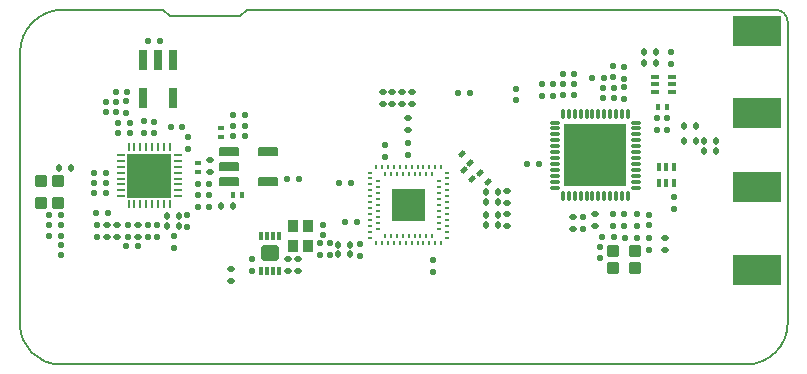
<source format=gbp>
G04*
G04 #@! TF.GenerationSoftware,Altium Limited,CircuitStudio,1.5.2 (30)*
G04*
G04 Layer_Color=16770453*
%FSLAX25Y25*%
%MOIN*%
G70*
G01*
G75*
G04:AMPARAMS|DCode=13|XSize=23.62mil|YSize=17.72mil|CornerRadius=4.43mil|HoleSize=0mil|Usage=FLASHONLY|Rotation=270.000|XOffset=0mil|YOffset=0mil|HoleType=Round|Shape=RoundedRectangle|*
%AMROUNDEDRECTD13*
21,1,0.02362,0.00886,0,0,270.0*
21,1,0.01476,0.01772,0,0,270.0*
1,1,0.00886,-0.00443,-0.00738*
1,1,0.00886,-0.00443,0.00738*
1,1,0.00886,0.00443,0.00738*
1,1,0.00886,0.00443,-0.00738*
%
%ADD13ROUNDEDRECTD13*%
G04:AMPARAMS|DCode=19|XSize=23.62mil|YSize=17.72mil|CornerRadius=4.43mil|HoleSize=0mil|Usage=FLASHONLY|Rotation=180.000|XOffset=0mil|YOffset=0mil|HoleType=Round|Shape=RoundedRectangle|*
%AMROUNDEDRECTD19*
21,1,0.02362,0.00886,0,0,180.0*
21,1,0.01476,0.01772,0,0,180.0*
1,1,0.00886,-0.00738,0.00443*
1,1,0.00886,0.00738,0.00443*
1,1,0.00886,0.00738,-0.00443*
1,1,0.00886,-0.00738,-0.00443*
%
%ADD19ROUNDEDRECTD19*%
G04:AMPARAMS|DCode=20|XSize=21.65mil|YSize=17.72mil|CornerRadius=4.43mil|HoleSize=0mil|Usage=FLASHONLY|Rotation=270.000|XOffset=0mil|YOffset=0mil|HoleType=Round|Shape=RoundedRectangle|*
%AMROUNDEDRECTD20*
21,1,0.02165,0.00886,0,0,270.0*
21,1,0.01280,0.01772,0,0,270.0*
1,1,0.00886,-0.00443,-0.00640*
1,1,0.00886,-0.00443,0.00640*
1,1,0.00886,0.00443,0.00640*
1,1,0.00886,0.00443,-0.00640*
%
%ADD20ROUNDEDRECTD20*%
G04:AMPARAMS|DCode=32|XSize=21.65mil|YSize=17.72mil|CornerRadius=4.43mil|HoleSize=0mil|Usage=FLASHONLY|Rotation=0.000|XOffset=0mil|YOffset=0mil|HoleType=Round|Shape=RoundedRectangle|*
%AMROUNDEDRECTD32*
21,1,0.02165,0.00886,0,0,0.0*
21,1,0.01280,0.01772,0,0,0.0*
1,1,0.00886,0.00640,-0.00443*
1,1,0.00886,-0.00640,-0.00443*
1,1,0.00886,-0.00640,0.00443*
1,1,0.00886,0.00640,0.00443*
%
%ADD32ROUNDEDRECTD32*%
%ADD35R,0.16496X0.10492*%
G04:AMPARAMS|DCode=38|XSize=14.17mil|YSize=23mil|CornerRadius=0.71mil|HoleSize=0mil|Usage=FLASHONLY|Rotation=180.000|XOffset=0mil|YOffset=0mil|HoleType=Round|Shape=RoundedRectangle|*
%AMROUNDEDRECTD38*
21,1,0.01417,0.02158,0,0,180.0*
21,1,0.01276,0.02300,0,0,180.0*
1,1,0.00142,-0.00638,0.01079*
1,1,0.00142,0.00638,0.01079*
1,1,0.00142,0.00638,-0.01079*
1,1,0.00142,-0.00638,-0.01079*
%
%ADD38ROUNDEDRECTD38*%
G04:AMPARAMS|DCode=39|XSize=14.17mil|YSize=23mil|CornerRadius=0.71mil|HoleSize=0mil|Usage=FLASHONLY|Rotation=90.000|XOffset=0mil|YOffset=0mil|HoleType=Round|Shape=RoundedRectangle|*
%AMROUNDEDRECTD39*
21,1,0.01417,0.02158,0,0,90.0*
21,1,0.01276,0.02300,0,0,90.0*
1,1,0.00142,0.01079,0.00638*
1,1,0.00142,0.01079,-0.00638*
1,1,0.00142,-0.01079,-0.00638*
1,1,0.00142,-0.01079,0.00638*
%
%ADD39ROUNDEDRECTD39*%
%ADD49C,0.00500*%
G04:AMPARAMS|DCode=78|XSize=39.37mil|YSize=37.4mil|CornerRadius=1.87mil|HoleSize=0mil|Usage=FLASHONLY|Rotation=90.000|XOffset=0mil|YOffset=0mil|HoleType=Round|Shape=RoundedRectangle|*
%AMROUNDEDRECTD78*
21,1,0.03937,0.03366,0,0,90.0*
21,1,0.03563,0.03740,0,0,90.0*
1,1,0.00374,0.01683,0.01782*
1,1,0.00374,0.01683,-0.01782*
1,1,0.00374,-0.01683,-0.01782*
1,1,0.00374,-0.01683,0.01782*
%
%ADD78ROUNDEDRECTD78*%
G04:AMPARAMS|DCode=79|XSize=39.37mil|YSize=37.4mil|CornerRadius=1.87mil|HoleSize=0mil|Usage=FLASHONLY|Rotation=180.000|XOffset=0mil|YOffset=0mil|HoleType=Round|Shape=RoundedRectangle|*
%AMROUNDEDRECTD79*
21,1,0.03937,0.03366,0,0,180.0*
21,1,0.03563,0.03740,0,0,180.0*
1,1,0.00374,-0.01782,0.01683*
1,1,0.00374,0.01782,0.01683*
1,1,0.00374,0.01782,-0.01683*
1,1,0.00374,-0.01782,-0.01683*
%
%ADD79ROUNDEDRECTD79*%
%ADD80O,0.00984X0.03150*%
%ADD81O,0.03150X0.00984*%
%ADD82R,0.14567X0.14567*%
G04:AMPARAMS|DCode=84|XSize=33.47mil|YSize=11.81mil|CornerRadius=4.72mil|HoleSize=0mil|Usage=FLASHONLY|Rotation=90.000|XOffset=0mil|YOffset=0mil|HoleType=Round|Shape=RoundedRectangle|*
%AMROUNDEDRECTD84*
21,1,0.03347,0.00236,0,0,90.0*
21,1,0.02402,0.01181,0,0,90.0*
1,1,0.00945,0.00118,0.01201*
1,1,0.00945,0.00118,-0.01201*
1,1,0.00945,-0.00118,-0.01201*
1,1,0.00945,-0.00118,0.01201*
%
%ADD84ROUNDEDRECTD84*%
G04:AMPARAMS|DCode=85|XSize=33.47mil|YSize=11.81mil|CornerRadius=4.72mil|HoleSize=0mil|Usage=FLASHONLY|Rotation=180.000|XOffset=0mil|YOffset=0mil|HoleType=Round|Shape=RoundedRectangle|*
%AMROUNDEDRECTD85*
21,1,0.03347,0.00236,0,0,180.0*
21,1,0.02402,0.01181,0,0,180.0*
1,1,0.00945,-0.01201,0.00118*
1,1,0.00945,0.01201,0.00118*
1,1,0.00945,0.01201,-0.00118*
1,1,0.00945,-0.01201,-0.00118*
%
%ADD85ROUNDEDRECTD85*%
G04:AMPARAMS|DCode=87|XSize=15.75mil|YSize=8.66mil|CornerRadius=0.87mil|HoleSize=0mil|Usage=FLASHONLY|Rotation=270.000|XOffset=0mil|YOffset=0mil|HoleType=Round|Shape=RoundedRectangle|*
%AMROUNDEDRECTD87*
21,1,0.01575,0.00693,0,0,270.0*
21,1,0.01402,0.00866,0,0,270.0*
1,1,0.00173,-0.00347,-0.00701*
1,1,0.00173,-0.00347,0.00701*
1,1,0.00173,0.00347,0.00701*
1,1,0.00173,0.00347,-0.00701*
%
%ADD87ROUNDEDRECTD87*%
G04:AMPARAMS|DCode=88|XSize=15.75mil|YSize=8.66mil|CornerRadius=0.87mil|HoleSize=0mil|Usage=FLASHONLY|Rotation=0.000|XOffset=0mil|YOffset=0mil|HoleType=Round|Shape=RoundedRectangle|*
%AMROUNDEDRECTD88*
21,1,0.01575,0.00693,0,0,0.0*
21,1,0.01402,0.00866,0,0,0.0*
1,1,0.00173,0.00701,-0.00347*
1,1,0.00173,-0.00701,-0.00347*
1,1,0.00173,-0.00701,0.00347*
1,1,0.00173,0.00701,0.00347*
%
%ADD88ROUNDEDRECTD88*%
G04:AMPARAMS|DCode=89|XSize=57.09mil|YSize=53.15mil|CornerRadius=5.32mil|HoleSize=0mil|Usage=FLASHONLY|Rotation=180.000|XOffset=0mil|YOffset=0mil|HoleType=Round|Shape=RoundedRectangle|*
%AMROUNDEDRECTD89*
21,1,0.05709,0.04252,0,0,180.0*
21,1,0.04646,0.05315,0,0,180.0*
1,1,0.01063,-0.02323,0.02126*
1,1,0.01063,0.02323,0.02126*
1,1,0.01063,0.02323,-0.02126*
1,1,0.01063,-0.02323,-0.02126*
%
%ADD89ROUNDEDRECTD89*%
G04:AMPARAMS|DCode=90|XSize=29.53mil|YSize=11.81mil|CornerRadius=2.95mil|HoleSize=0mil|Usage=FLASHONLY|Rotation=270.000|XOffset=0mil|YOffset=0mil|HoleType=Round|Shape=RoundedRectangle|*
%AMROUNDEDRECTD90*
21,1,0.02953,0.00591,0,0,270.0*
21,1,0.02363,0.01181,0,0,270.0*
1,1,0.00591,-0.00295,-0.01181*
1,1,0.00591,-0.00295,0.01181*
1,1,0.00591,0.00295,0.01181*
1,1,0.00591,0.00295,-0.01181*
%
%ADD90ROUNDEDRECTD90*%
G04:AMPARAMS|DCode=91|XSize=25.59mil|YSize=13.78mil|CornerRadius=1.38mil|HoleSize=0mil|Usage=FLASHONLY|Rotation=180.000|XOffset=0mil|YOffset=0mil|HoleType=Round|Shape=RoundedRectangle|*
%AMROUNDEDRECTD91*
21,1,0.02559,0.01102,0,0,180.0*
21,1,0.02284,0.01378,0,0,180.0*
1,1,0.00276,-0.01142,0.00551*
1,1,0.00276,0.01142,0.00551*
1,1,0.00276,0.01142,-0.00551*
1,1,0.00276,-0.01142,-0.00551*
%
%ADD91ROUNDEDRECTD91*%
G04:AMPARAMS|DCode=92|XSize=25.59mil|YSize=13.78mil|CornerRadius=1.38mil|HoleSize=0mil|Usage=FLASHONLY|Rotation=90.000|XOffset=0mil|YOffset=0mil|HoleType=Round|Shape=RoundedRectangle|*
%AMROUNDEDRECTD92*
21,1,0.02559,0.01102,0,0,90.0*
21,1,0.02284,0.01378,0,0,90.0*
1,1,0.00276,0.00551,0.01142*
1,1,0.00276,0.00551,-0.01142*
1,1,0.00276,-0.00551,-0.01142*
1,1,0.00276,-0.00551,0.01142*
%
%ADD92ROUNDEDRECTD92*%
G04:AMPARAMS|DCode=93|XSize=64.96mil|YSize=29.92mil|CornerRadius=1.5mil|HoleSize=0mil|Usage=FLASHONLY|Rotation=90.000|XOffset=0mil|YOffset=0mil|HoleType=Round|Shape=RoundedRectangle|*
%AMROUNDEDRECTD93*
21,1,0.06496,0.02693,0,0,90.0*
21,1,0.06197,0.02992,0,0,90.0*
1,1,0.00299,0.01347,0.03098*
1,1,0.00299,0.01347,-0.03098*
1,1,0.00299,-0.01347,-0.03098*
1,1,0.00299,-0.01347,0.03098*
%
%ADD93ROUNDEDRECTD93*%
G04:AMPARAMS|DCode=94|XSize=35.43mil|YSize=43.31mil|CornerRadius=0.89mil|HoleSize=0mil|Usage=FLASHONLY|Rotation=0.000|XOffset=0mil|YOffset=0mil|HoleType=Round|Shape=RoundedRectangle|*
%AMROUNDEDRECTD94*
21,1,0.03543,0.04154,0,0,0.0*
21,1,0.03366,0.04331,0,0,0.0*
1,1,0.00177,0.01683,-0.02077*
1,1,0.00177,-0.01683,-0.02077*
1,1,0.00177,-0.01683,0.02077*
1,1,0.00177,0.01683,0.02077*
%
%ADD94ROUNDEDRECTD94*%
G04:AMPARAMS|DCode=95|XSize=65mil|YSize=30mil|CornerRadius=3mil|HoleSize=0mil|Usage=FLASHONLY|Rotation=180.000|XOffset=0mil|YOffset=0mil|HoleType=Round|Shape=RoundedRectangle|*
%AMROUNDEDRECTD95*
21,1,0.06500,0.02400,0,0,180.0*
21,1,0.05900,0.03000,0,0,180.0*
1,1,0.00600,-0.02950,0.01200*
1,1,0.00600,0.02950,0.01200*
1,1,0.00600,0.02950,-0.01200*
1,1,0.00600,-0.02950,-0.01200*
%
%ADD95ROUNDEDRECTD95*%
G04:AMPARAMS|DCode=96|XSize=23.62mil|YSize=17.72mil|CornerRadius=4.43mil|HoleSize=0mil|Usage=FLASHONLY|Rotation=225.000|XOffset=0mil|YOffset=0mil|HoleType=Round|Shape=RoundedRectangle|*
%AMROUNDEDRECTD96*
21,1,0.02362,0.00886,0,0,225.0*
21,1,0.01476,0.01772,0,0,225.0*
1,1,0.00886,-0.00835,-0.00209*
1,1,0.00886,0.00209,0.00835*
1,1,0.00886,0.00835,0.00209*
1,1,0.00886,-0.00209,-0.00835*
%
%ADD96ROUNDEDRECTD96*%
G04:AMPARAMS|DCode=110|XSize=21.62mil|YSize=17.69mil|CornerRadius=3.92mil|HoleSize=0mil|Usage=FLASHONLY|Rotation=0.000|XOffset=0mil|YOffset=0mil|HoleType=Round|Shape=RoundedRectangle|*
%AMROUNDEDRECTD110*
21,1,0.02162,0.00984,0,0,0.0*
21,1,0.01378,0.01769,0,0,0.0*
1,1,0.00784,0.00689,-0.00492*
1,1,0.00784,-0.00689,-0.00492*
1,1,0.00784,-0.00689,0.00492*
1,1,0.00784,0.00689,0.00492*
%
%ADD110ROUNDEDRECTD110*%
G04:AMPARAMS|DCode=111|XSize=21.62mil|YSize=17.69mil|CornerRadius=3.92mil|HoleSize=0mil|Usage=FLASHONLY|Rotation=270.000|XOffset=0mil|YOffset=0mil|HoleType=Round|Shape=RoundedRectangle|*
%AMROUNDEDRECTD111*
21,1,0.02162,0.00984,0,0,270.0*
21,1,0.01378,0.01769,0,0,270.0*
1,1,0.00784,-0.00492,-0.00689*
1,1,0.00784,-0.00492,0.00689*
1,1,0.00784,0.00492,0.00689*
1,1,0.00784,0.00492,-0.00689*
%
%ADD111ROUNDEDRECTD111*%
G04:AMPARAMS|DCode=174|XSize=208.66mil|YSize=208.66mil|CornerRadius=0mil|HoleSize=0mil|Usage=FLASHONLY|Rotation=90.000|XOffset=0mil|YOffset=0mil|HoleType=Round|Shape=RoundedRectangle|*
%AMROUNDEDRECTD174*
21,1,0.20866,0.20866,0,0,90.0*
21,1,0.20866,0.20866,0,0,90.0*
1,1,0.00000,0.10433,0.10433*
1,1,0.00000,0.10433,-0.10433*
1,1,0.00000,-0.10433,-0.10433*
1,1,0.00000,-0.10433,0.10433*
%
%ADD174ROUNDEDRECTD174*%
G36*
X1169657Y747120D02*
X1158698D01*
Y758079D01*
X1169657D01*
Y747120D01*
D02*
G37*
D13*
X1246776Y800081D02*
D03*
X1242776D02*
D03*
X1246776Y803581D02*
D03*
X1242776D02*
D03*
X1051556Y764911D02*
D03*
X1047556D02*
D03*
X1259976Y778981D02*
D03*
X1255976D02*
D03*
X1259926Y773931D02*
D03*
X1255926D02*
D03*
X1266676Y770681D02*
D03*
X1262676D02*
D03*
X1266676Y773881D02*
D03*
X1262676D02*
D03*
X1194059Y756795D02*
D03*
X1194035Y753557D02*
D03*
X1190059Y749118D02*
D03*
X1194059D02*
D03*
X1083587Y745486D02*
D03*
X1087587D02*
D03*
X1101776Y752281D02*
D03*
X1105776D02*
D03*
X1190059Y745870D02*
D03*
X1194059D02*
D03*
X1140566Y739411D02*
D03*
X1144566D02*
D03*
X1083587Y749029D02*
D03*
X1087587D02*
D03*
X1140576Y736181D02*
D03*
X1144576D02*
D03*
X1190059Y756795D02*
D03*
X1190035Y753557D02*
D03*
D19*
X1249476Y737681D02*
D03*
Y741681D02*
D03*
X1124026Y734531D02*
D03*
Y730531D02*
D03*
X1127226Y734531D02*
D03*
Y730531D02*
D03*
X1163926Y777531D02*
D03*
Y781531D02*
D03*
X1165316Y786401D02*
D03*
Y790401D02*
D03*
X1161956Y786401D02*
D03*
Y790401D02*
D03*
X1158716Y786391D02*
D03*
Y790391D02*
D03*
X1155536Y786411D02*
D03*
Y790411D02*
D03*
X1196956Y753243D02*
D03*
Y757243D02*
D03*
X1196956Y745566D02*
D03*
Y749566D02*
D03*
X1218876Y748681D02*
D03*
Y744681D02*
D03*
X1104976Y727281D02*
D03*
Y731281D02*
D03*
X1073876Y746081D02*
D03*
Y742081D02*
D03*
X1067076D02*
D03*
Y746081D02*
D03*
X1063576D02*
D03*
Y742081D02*
D03*
X1226425Y745604D02*
D03*
Y749604D02*
D03*
X1097976Y767581D02*
D03*
Y763581D02*
D03*
D20*
X1063203Y783681D02*
D03*
X1066549D02*
D03*
X1063203Y786981D02*
D03*
X1066549D02*
D03*
D32*
X1135766Y742534D02*
D03*
Y745880D02*
D03*
X1048275Y739354D02*
D03*
Y736007D02*
D03*
X1244141Y745931D02*
D03*
Y749277D02*
D03*
X1232330Y798785D02*
D03*
Y795439D02*
D03*
D35*
X1280174Y758448D02*
D03*
Y730948D02*
D03*
Y810614D02*
D03*
Y783114D02*
D03*
D38*
X1105676Y755781D02*
D03*
X1108676D02*
D03*
X1247176Y785281D02*
D03*
X1250176D02*
D03*
D39*
X1101676Y775281D02*
D03*
Y778281D02*
D03*
X1094076Y763481D02*
D03*
Y766481D02*
D03*
D49*
X1276749Y699502D02*
G03*
X1290528Y713281I0J13780D01*
G01*
X1034623Y712769D02*
G03*
X1047891Y699502I13268J0D01*
G01*
X1048995Y817730D02*
G03*
X1034623Y803358I0J-14372D01*
G01*
X1290528Y813564D02*
G03*
X1286362Y817730I-4166J0D01*
G01*
X1047891Y699502D02*
X1276749Y699502D01*
X1034623Y712769D02*
X1034623Y796470D01*
X1290528Y718006D02*
Y767631D01*
X1084591Y815466D02*
X1107961D01*
X1034623Y796470D02*
Y803358D01*
X1290528Y713281D02*
Y718006D01*
X1110224Y817730D02*
X1286362D01*
X1290528Y767631D02*
Y813564D01*
X1082327Y817730D02*
X1084591Y815466D01*
X1048995Y817730D02*
X1082327D01*
X1107961Y815466D02*
X1110224Y817730D01*
D78*
X1047132Y753439D02*
D03*
X1041620D02*
D03*
Y760723D02*
D03*
X1047132D02*
D03*
D79*
X1239717Y737237D02*
D03*
Y731725D02*
D03*
X1232434D02*
D03*
Y737237D02*
D03*
D80*
X1084603Y752868D02*
D03*
X1082635D02*
D03*
X1080666D02*
D03*
X1078698D02*
D03*
X1076729D02*
D03*
X1074761D02*
D03*
X1072792D02*
D03*
X1070824D02*
D03*
Y771962D02*
D03*
X1072792D02*
D03*
X1074761D02*
D03*
X1076729D02*
D03*
X1078698D02*
D03*
X1080666D02*
D03*
X1082635D02*
D03*
X1084603D02*
D03*
D81*
X1068166Y755525D02*
D03*
Y757494D02*
D03*
Y759462D02*
D03*
Y761431D02*
D03*
Y763399D02*
D03*
Y765368D02*
D03*
Y767336D02*
D03*
Y769305D02*
D03*
X1087261D02*
D03*
Y767336D02*
D03*
Y765368D02*
D03*
Y763399D02*
D03*
Y761431D02*
D03*
Y759462D02*
D03*
Y757494D02*
D03*
Y755525D02*
D03*
D82*
X1077713Y762415D02*
D03*
D84*
X1237251Y782840D02*
D03*
X1235283D02*
D03*
X1233314D02*
D03*
X1231346D02*
D03*
X1229377D02*
D03*
X1227409D02*
D03*
X1225440D02*
D03*
X1223472D02*
D03*
X1221503D02*
D03*
X1219535D02*
D03*
X1217566D02*
D03*
X1215598D02*
D03*
Y755675D02*
D03*
X1217566D02*
D03*
X1219535D02*
D03*
X1221503D02*
D03*
X1223472D02*
D03*
X1225440D02*
D03*
X1227409D02*
D03*
X1229377D02*
D03*
X1231346D02*
D03*
X1233314D02*
D03*
X1235283D02*
D03*
X1237251D02*
D03*
D85*
X1212842Y780084D02*
D03*
Y778116D02*
D03*
Y776147D02*
D03*
Y772210D02*
D03*
Y770242D02*
D03*
Y768273D02*
D03*
Y766305D02*
D03*
Y764336D02*
D03*
Y762368D02*
D03*
Y760399D02*
D03*
Y758431D02*
D03*
X1240007D02*
D03*
Y760399D02*
D03*
Y762368D02*
D03*
Y764336D02*
D03*
Y766305D02*
D03*
Y768273D02*
D03*
Y770242D02*
D03*
Y772210D02*
D03*
Y774179D02*
D03*
Y776147D02*
D03*
Y778116D02*
D03*
Y780084D02*
D03*
X1212842Y774179D02*
D03*
D87*
X1172050Y762837D02*
D03*
X1170081D02*
D03*
X1168113D02*
D03*
X1166144D02*
D03*
X1164176D02*
D03*
X1162207D02*
D03*
X1160239D02*
D03*
X1158270D02*
D03*
X1156302D02*
D03*
Y742365D02*
D03*
X1158270D02*
D03*
X1160239D02*
D03*
X1162207D02*
D03*
X1164176D02*
D03*
X1166144D02*
D03*
X1168113D02*
D03*
X1170081D02*
D03*
X1172050D02*
D03*
X1175002Y765396D02*
D03*
X1173034D02*
D03*
X1171065D02*
D03*
X1169097D02*
D03*
X1167128D02*
D03*
X1165160D02*
D03*
X1163191D02*
D03*
X1161223D02*
D03*
X1159254D02*
D03*
X1157286D02*
D03*
X1155317D02*
D03*
X1153349D02*
D03*
Y739806D02*
D03*
X1155317D02*
D03*
X1157286D02*
D03*
X1159254D02*
D03*
X1161223D02*
D03*
X1163191D02*
D03*
X1165160D02*
D03*
X1167128D02*
D03*
X1169097D02*
D03*
X1171065D02*
D03*
X1173034D02*
D03*
X1175002D02*
D03*
D88*
X1153939Y760475D02*
D03*
Y758507D02*
D03*
Y756538D02*
D03*
Y754570D02*
D03*
Y752601D02*
D03*
Y750633D02*
D03*
Y748664D02*
D03*
Y746696D02*
D03*
Y744727D02*
D03*
X1174412D02*
D03*
Y746696D02*
D03*
Y748664D02*
D03*
Y750633D02*
D03*
Y752601D02*
D03*
Y754570D02*
D03*
Y756538D02*
D03*
Y758507D02*
D03*
Y760475D02*
D03*
X1151380Y763428D02*
D03*
Y761459D02*
D03*
Y759491D02*
D03*
Y757522D02*
D03*
Y755554D02*
D03*
Y753585D02*
D03*
Y751617D02*
D03*
Y749648D02*
D03*
Y747680D02*
D03*
Y745711D02*
D03*
Y743743D02*
D03*
Y741774D02*
D03*
X1176971D02*
D03*
Y743743D02*
D03*
Y745711D02*
D03*
Y747680D02*
D03*
Y749648D02*
D03*
Y751617D02*
D03*
Y753585D02*
D03*
Y755554D02*
D03*
Y757522D02*
D03*
Y759491D02*
D03*
Y761459D02*
D03*
Y763428D02*
D03*
D89*
X1117936Y736511D02*
D03*
D90*
X1114983Y730605D02*
D03*
X1116952D02*
D03*
X1118920D02*
D03*
X1120889D02*
D03*
Y742417D02*
D03*
X1118920D02*
D03*
X1116952D02*
D03*
X1114983D02*
D03*
D91*
X1251832Y795340D02*
D03*
Y792781D02*
D03*
Y790222D02*
D03*
X1246320Y795340D02*
D03*
Y792781D02*
D03*
Y790222D02*
D03*
D92*
X1252635Y759925D02*
D03*
X1250076D02*
D03*
X1247517D02*
D03*
X1252635Y765437D02*
D03*
X1250076D02*
D03*
X1247517D02*
D03*
D93*
X1080792Y801006D02*
D03*
X1085792D02*
D03*
X1075792D02*
D03*
X1085792Y788250D02*
D03*
X1075792D02*
D03*
D94*
X1130735Y745627D02*
D03*
X1125616D02*
D03*
Y738935D02*
D03*
X1130735D02*
D03*
D95*
X1104433Y760368D02*
D03*
Y765368D02*
D03*
Y770368D02*
D03*
X1117333Y760368D02*
D03*
Y770368D02*
D03*
D96*
X1181811Y769495D02*
D03*
X1184640Y766667D02*
D03*
X1187961Y763245D02*
D03*
X1190790Y760417D02*
D03*
X1182511Y764245D02*
D03*
X1185340Y761417D02*
D03*
D110*
X1236076Y798550D02*
D03*
Y794613D02*
D03*
X1137806Y739940D02*
D03*
Y736003D02*
D03*
X1134506Y739920D02*
D03*
Y735983D02*
D03*
X1199991Y787484D02*
D03*
Y791421D02*
D03*
X1085876Y738413D02*
D03*
Y742350D02*
D03*
X1090776Y775150D02*
D03*
Y771213D02*
D03*
X1111976Y730743D02*
D03*
Y734680D02*
D03*
X1244141Y741698D02*
D03*
Y737761D02*
D03*
X1240204Y745635D02*
D03*
Y749572D02*
D03*
X1236076Y787913D02*
D03*
Y791850D02*
D03*
X1247103Y777572D02*
D03*
Y781509D02*
D03*
X1222276Y744713D02*
D03*
Y748650D02*
D03*
X1232330Y749572D02*
D03*
Y745635D02*
D03*
X1212251Y792879D02*
D03*
Y788942D02*
D03*
X1208708D02*
D03*
Y792879D02*
D03*
X1156175Y768727D02*
D03*
Y772664D02*
D03*
X1147876Y739550D02*
D03*
Y735613D02*
D03*
X1172376Y734150D02*
D03*
Y730213D02*
D03*
X1164032Y773242D02*
D03*
Y769305D02*
D03*
X1060176Y746050D02*
D03*
Y742113D02*
D03*
X1076076Y780450D02*
D03*
Y776513D02*
D03*
X1079239Y780427D02*
D03*
Y776490D02*
D03*
X1070479Y746027D02*
D03*
Y742090D02*
D03*
X1077172D02*
D03*
Y746027D02*
D03*
X1080322Y742090D02*
D03*
Y746027D02*
D03*
X1227976Y738750D02*
D03*
Y734813D02*
D03*
X1090410Y745289D02*
D03*
Y749226D02*
D03*
X1069876Y787250D02*
D03*
Y783313D02*
D03*
X1252676Y755350D02*
D03*
Y751413D02*
D03*
X1236070Y749572D02*
D03*
Y745635D02*
D03*
X1250253Y777572D02*
D03*
Y781509D02*
D03*
X1251631Y799620D02*
D03*
Y803557D02*
D03*
D111*
X1180607Y790081D02*
D03*
X1184544D02*
D03*
X1048344Y749181D02*
D03*
X1044407D02*
D03*
X1070444Y790381D02*
D03*
X1066507D02*
D03*
X1048344Y742381D02*
D03*
X1044407D02*
D03*
X1048344Y745781D02*
D03*
X1044407D02*
D03*
X1059207Y763381D02*
D03*
X1063144D02*
D03*
X1240204Y741698D02*
D03*
X1236267D02*
D03*
X1232527Y741895D02*
D03*
X1228590D02*
D03*
X1207724Y766305D02*
D03*
X1203787D02*
D03*
X1229144Y794981D02*
D03*
X1225207D02*
D03*
X1219444Y789181D02*
D03*
X1215507D02*
D03*
X1219444Y792781D02*
D03*
X1215507D02*
D03*
X1232744Y791681D02*
D03*
X1228807D02*
D03*
X1232744Y788181D02*
D03*
X1228807D02*
D03*
X1215507Y796381D02*
D03*
X1219444D02*
D03*
X1144944Y759781D02*
D03*
X1141007D02*
D03*
X1143107Y747081D02*
D03*
X1147044D02*
D03*
X1063146Y760053D02*
D03*
X1059209D02*
D03*
X1059207Y756681D02*
D03*
X1063144D02*
D03*
X1060007Y750081D02*
D03*
X1063944D02*
D03*
X1074022Y738940D02*
D03*
X1070085D02*
D03*
X1097792Y759757D02*
D03*
X1093855D02*
D03*
X1084807Y778681D02*
D03*
X1088744D02*
D03*
X1067207Y776581D02*
D03*
X1071144D02*
D03*
X1067207Y779981D02*
D03*
X1071144D02*
D03*
X1097792Y755919D02*
D03*
X1093855D02*
D03*
X1097792Y752080D02*
D03*
X1093855D02*
D03*
X1127615Y761234D02*
D03*
X1123678D02*
D03*
X1081344Y807231D02*
D03*
X1077407D02*
D03*
X1109603Y782494D02*
D03*
X1105666D02*
D03*
X1109603Y779049D02*
D03*
X1105666D02*
D03*
X1109579Y775662D02*
D03*
X1105642D02*
D03*
D174*
X1226425Y769257D02*
D03*
M02*

</source>
